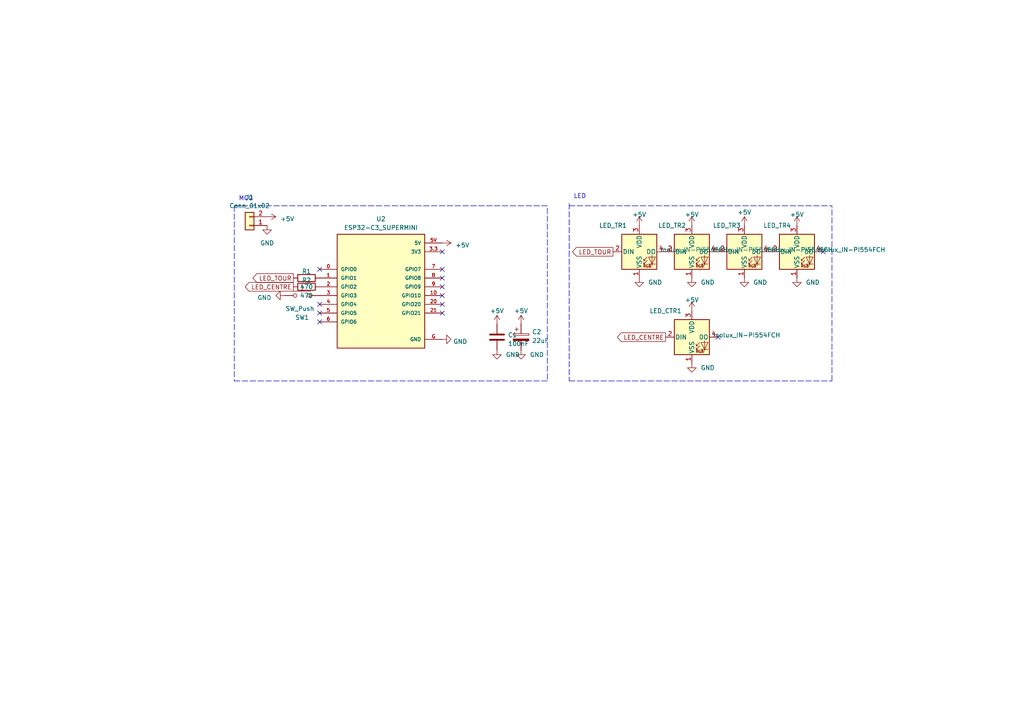
<source format=kicad_sch>
(kicad_sch (version 20231120) (generator "eeschema") (generator_version "8.0")
  (paper "A4")
  (lib_symbols
    (symbol "Connector_Generic:Conn_01x02" (pin_names (offset 1.016) hide)
      (property "Reference" "J" (at 0 2.54 0))
      (property "Value" "Conn_01x02" (at 0 -5.08 0))
      (symbol "Conn_01x02_1_1"
        (rectangle (start -1.27 -2.413) (end 0 -2.667) (stroke (width 0.1524)))
        (rectangle (start -1.27 0.127) (end 0 -0.127) (stroke (width 0.1524)))
        (rectangle (start -1.27 1.27) (end 1.27 -3.81) (stroke (width 0.254)) (fill (type background)))
        (pin passive line (at -5.08 0 0) (length 3.81) (name "Pin_1") (number "1"))
        (pin passive line (at -5.08 -2.54 0) (length 3.81) (name "Pin_2") (number "2"))
      )
    )
    (symbol "Device:C" (pin_numbers hide) (pin_names (offset 0.254))
      (property "Reference" "C" (at 0.635 2.54 0))
      (property "Value" "C" (at 0.635 -2.54 0))
      (symbol "C_0_1"
        (polyline (pts (xy -2.032 -0.762) (xy 2.032 -0.762)) (stroke (width 0.508)))
        (polyline (pts (xy -2.032 0.762) (xy 2.032 0.762)) (stroke (width 0.508)))
      )
      (symbol "C_1_1"
        (pin passive line (at 0 3.81 270) (length 2.794) (name "~") (number "1"))
        (pin passive line (at 0 -3.81 90) (length 2.794) (name "~") (number "2"))
      )
    )
    (symbol "Device:C_Polarized" (pin_numbers hide) (pin_names (offset 0.254))
      (property "Reference" "C" (at 0.635 2.54 0))
      (property "Value" "C_Polarized" (at 0.635 -2.54 0))
      (symbol "C_Polarized_0_1"
        (rectangle (start -2.286 0.508) (end 2.286 1.016))
        (polyline (pts (xy -1.778 2.286) (xy -0.762 2.286)))
        (polyline (pts (xy -1.27 2.794) (xy -1.27 1.778)))
        (rectangle (start 2.286 -0.508) (end -2.286 -1.016) (fill (type outline)))
      )
      (symbol "C_Polarized_1_1"
        (pin passive line (at 0 3.81 270) (length 2.794) (name "~") (number "1"))
        (pin passive line (at 0 -3.81 90) (length 2.794) (name "~") (number "2"))
      )
    )
    (symbol "Device:R" (pin_numbers hide) (pin_names (offset 0))
      (property "Reference" "R" (at 2.032 0 90))
      (property "Value" "R" (at 0 0 90))
      (symbol "R_0_1"
        (rectangle (start -1.016 -2.54) (end 1.016 2.54) (stroke (width 0.254)))
      )
      (symbol "R_1_1"
        (pin passive line (at 0 3.81 270) (length 1.27) (name "~") (number "1"))
        (pin passive line (at 0 -3.81 90) (length 1.27) (name "~") (number "2"))
      )
    )
    (symbol "ESP32-C3 supermini:ESP32-C3_SUPERMINI" (pin_names (offset 1.016))
      (property "Reference" "U" (at -12.7 16.002 0))
      (property "Value" "ESP32-C3_SUPERMINI" (at -12.7 -20.32 0))
      (symbol "ESP32-C3_SUPERMINI_0_0"
        (rectangle (start -12.7 -17.78) (end 12.7 15.24) (stroke (width 0.254)) (fill (type background)))
        (pin bidirectional line (at -17.78 5.08 0) (length 5.08) (name "GPIO0") (number "0"))
        (pin bidirectional line (at -17.78 2.54 0) (length 5.08) (name "GPIO1") (number "1"))
        (pin bidirectional line (at 17.78 -2.54 180) (length 5.08) (name "GPIO10") (number "10"))
        (pin bidirectional line (at -17.78 0 0) (length 5.08) (name "GPIO2") (number "2"))
        (pin bidirectional line (at 17.78 -5.08 180) (length 5.08) (name "GPIO20") (number "20"))
        (pin bidirectional line (at 17.78 -7.62 180) (length 5.08) (name "GPIO21") (number "21"))
        (pin bidirectional line (at -17.78 -2.54 0) (length 5.08) (name "GPIO3") (number "3"))
        (pin power_in line (at 17.78 10.16 180) (length 5.08) (name "3V3") (number "3.3"))
        (pin bidirectional line (at -17.78 -5.08 0) (length 5.08) (name "GPIO4") (number "4"))
        (pin bidirectional line (at -17.78 -7.62 0) (length 5.08) (name "GPIO5") (number "5"))
        (pin power_in line (at 17.78 12.7 180) (length 5.08) (name "5V") (number "5V"))
        (pin bidirectional line (at -17.78 -10.16 0) (length 5.08) (name "GPIO6") (number "6"))
        (pin bidirectional line (at 17.78 5.08 180) (length 5.08) (name "GPIO7") (number "7"))
        (pin bidirectional line (at 17.78 2.54 180) (length 5.08) (name "GPIO8") (number "8"))
        (pin bidirectional line (at 17.78 0 180) (length 5.08) (name "GPIO9") (number "9"))
        (pin power_in line (at 17.78 -15.24 180) (length 5.08) (name "GND") (number "G"))
      )
    )
    (symbol "LED:Inolux_IN-PI554FCH" (pin_names (offset 0.254))
      (property "Reference" "D" (at 5.08 5.715 0))
      (property "Value" "Inolux_IN-PI554FCH" (at 1.27 -5.715 0))
      (symbol "Inolux_IN-PI554FCH_0_0"
        (text "RGB" (at 2.286 -4.191 0) (effects (font (size 0.762 0.762))))
      )
      (symbol "Inolux_IN-PI554FCH_0_1"
        (polyline (pts (xy 1.27 -3.556) (xy 1.778 -3.556)))
        (polyline (pts (xy 1.27 -2.54) (xy 1.778 -2.54)))
        (polyline (pts (xy 4.699 -3.556) (xy 2.667 -3.556)))
        (polyline (pts (xy 2.286 -2.54) (xy 1.27 -3.556) (xy 1.27 -3.048)))
        (polyline (pts (xy 2.286 -1.524) (xy 1.27 -2.54) (xy 1.27 -2.032)))
        (polyline (pts (xy 3.683 -1.016) (xy 3.683 -3.556) (xy 3.683 -4.064)))
        (polyline (pts (xy 4.699 -1.524) (xy 2.667 -1.524) (xy 3.683 -3.556) (xy 4.699 -1.524)))
        (rectangle (start 5.08 5.08) (end -5.08 -5.08) (stroke (width 0.254)) (fill (type background)))
      )
      (symbol "Inolux_IN-PI554FCH_1_1"
        (pin power_in line (at 0 -7.62 90) (length 2.54) (name "VSS") (number "1"))
        (pin input line (at -7.62 0 0) (length 2.54) (name "DIN") (number "2"))
        (pin power_in line (at 0 7.62 270) (length 2.54) (name "VDD") (number "3"))
        (pin output line (at 7.62 0 180) (length 2.54) (name "DO") (number "4"))
      )
    )
    (symbol "Switch:SW_Push" (pin_numbers hide) (pin_names (offset 1.016) hide)
      (property "Reference" "SW" (at 1.27 2.54 0))
      (property "Value" "SW_Push" (at 0 -1.524 0))
      (symbol "SW_Push_0_1"
        (circle (center -2.032 0) (radius 0.508))
        (polyline (pts (xy 0 1.27) (xy 0 3.048)))
        (polyline (pts (xy 2.54 1.27) (xy -2.54 1.27)))
        (circle (center 2.032 0) (radius 0.508))
        (pin passive line (at -5.08 0 0) (length 2.54) (name "1") (number "1"))
        (pin passive line (at 5.08 0 180) (length 2.54) (name "2") (number "2"))
      )
    )
    (symbol "power:+5V" (power) (pin_names (offset 0))
      (property "Value" "+5V" (at 0 3.556 0))
      (symbol "+5V_0_1"
        (polyline (pts (xy -0.762 1.27) (xy 0 2.54)))
        (polyline (pts (xy 0 0) (xy 0 2.54)))
        (polyline (pts (xy 0 2.54) (xy 0.762 1.27)))
      )
      (symbol "+5V_1_1"
        (pin power_in line (at 0 0 90) (length 0) hide (name "+5V") (number "1"))
      )
    )
    (symbol "power:GND" (power) (pin_names (offset 0))
      (property "Value" "GND" (at 0 -3.81 0))
      (symbol "GND_0_1"
        (polyline (pts (xy 0 0) (xy 0 -1.27) (xy 1.27 -1.27) (xy 0 -2.54) (xy -1.27 -1.27) (xy 0 -1.27)))
      )
      (symbol "GND_1_1"
        (pin power_in line (at 0 0 270) (length 0) hide (name "GND") (number "1"))
      )
    )
  )
  (no_connect (at 128.27 73.025))
  (no_connect (at 128.27 88.265))
  (no_connect (at 128.27 78.105))
  (no_connect (at 208.28 97.79))
  (no_connect (at 128.27 90.805))
  (no_connect (at 92.71 90.805))
  (no_connect (at 238.76 73.025))
  (no_connect (at 92.71 78.105))
  (no_connect (at 128.27 80.645))
  (no_connect (at 128.27 83.185))
  (no_connect (at 92.71 88.265))
  (no_connect (at 128.27 85.725))
  (no_connect (at 92.71 93.345))
  (polyline (pts (xy 165.1 59.055) (xy 165.1 110.49)) (stroke (width 0) (type dash)))
  (polyline (pts (xy 67.945 59.69) (xy 158.75 59.69)) (stroke (width 0) (type dash)))
  (polyline (pts (xy 165.1 59.69) (xy 241.3 59.69)) (stroke (width 0) (type dash)))
  (polyline (pts (xy 67.945 59.69) (xy 67.945 110.49)) (stroke (width 0) (type dash)))
  (polyline (pts (xy 165.1 110.49) (xy 241.3 110.49)) (stroke (width 0) (type dash)))
  (polyline (pts (xy 158.75 60.325) (xy 158.75 110.49)) (stroke (width 0) (type dash)))
  (polyline (pts (xy 241.3 110.49) (xy 241.3 59.69)) (stroke (width 0) (type dash)))
  (polyline (pts (xy 158.75 110.49) (xy 67.945 110.49)) (stroke (width 0) (type dash)))
  (polyline (pts (xy 165.1 59.055) (xy 165.1 110.49)) (stroke (width 0) (type dash)))
  (text "LED" (at 166.37 57.785 0) (effects (font (size 1.27 1.27)) (justify left bottom)))
  (text "MCU" (at 69.215 58.42 0) (effects (font (size 1.27 1.27)) (justify left bottom)))
  (global_label "LED_CENTRE" (shape output) (at 193.04 97.79 180) (property "Intersheetrefs" "${INTERSHEET_REFS}" (effects (hide yes))))
  (global_label "LED_CENTRE" (shape output) (at 85.09 83.185 180) (property "Intersheetrefs" "${INTERSHEET_REFS}" (effects (hide yes))))
  (global_label "LED_TOUR" (shape output) (at 177.8 73.025 180) (property "Intersheetrefs" "${INTERSHEET_REFS}" (effects (hide yes))))
  (global_label "LED_TOUR" (shape output) (at 85.09 80.645 180) (property "Intersheetrefs" "${INTERSHEET_REFS}" (effects (hide yes))))
  (symbol (lib_id "power:GND") (at 200.66 80.645 0) (unit 1)
    (property "Reference" "#PWR015" (effects (hide yes)))
    (property "Value" "GND" (at 203.2 81.9149 0) (effects (justify left)))
  )
  (symbol (lib_id "Device:R") (at 88.9 83.185 90) (unit 1)
    (property "Reference" "R2" (at 88.9 81.28 90))
    (property "Value" "470" (at 88.9 85.725 90))
    (property "Footprint" "Resistor_SMD:R_1206_3216Metric_Pad1.30x1.75mm_HandSolder" (effects (hide yes)))
  )
  (symbol (lib_id "power:+5V") (at 215.9 65.405 0) (unit 1)
    (property "Reference" "#PWR018" (effects (hide yes)))
    (property "Value" "+5V" (at 215.9 61.595 0))
  )
  (symbol (lib_id "power:GND") (at 200.66 105.41 0) (unit 1)
    (property "Reference" "#PWR017" (effects (hide yes)))
    (property "Value" "GND" (at 203.2 106.6799 0) (effects (justify left)))
  )
  (symbol (lib_id "Device:C_Polarized") (at 151.13 97.79 0) (unit 1)
    (property "Reference" "C2" (at 154.305 96.266 0) (effects (justify left)))
    (property "Value" "22uF" (at 154.305 98.806 0) (effects (justify left)))
    (property "Footprint" "Capacitor_SMD:C_1210_3225Metric_Pad1.33x2.70mm_HandSolder" (effects (hide yes)))
  )
  (symbol (lib_id "Switch:SW_Push") (at 87.63 85.725 0) (unit 1)
    (property "Reference" "SW1" (at 87.63 92.075 0))
    (property "Value" "SW_Push" (at 86.995 89.535 0))
    (property "Footprint" "Button_Switch_SMD:SW_SPST_CK_RS282G05A3" (effects (hide yes)))
  )
  (symbol (lib_id "LED:Inolux_IN-PI554FCH") (at 215.9 73.025 0) (unit 1)
    (property "Reference" "LED_TR3" (at 210.82 65.405 0))
    (property "Value" "Inolux_IN-PI554FCH" (at 231.775 72.4409 0))
    (property "Footprint" "LED_SMD:LED_Inolux_IN-PI554FCH_PLCC4_5.0x5.0mm_P3.2mm" (effects (hide yes)))
    (property "Datasheet" "http://www.inolux-corp.com/datasheet/SMDLED/Addressable%20LED/IN-PI554FCH.pdf" (effects (hide yes)))
  )
  (symbol (lib_id "power:+5V") (at 151.13 93.98 0) (unit 1)
    (property "Reference" "#PWR010" (effects (hide yes)))
    (property "Value" "+5V" (at 151.13 90.17 0))
  )
  (symbol (lib_id "power:GND") (at 144.145 101.6 0) (unit 1)
    (property "Reference" "#PWR09" (effects (hide yes)))
    (property "Value" "GND" (at 146.685 102.8699 0) (effects (justify left)))
  )
  (symbol (lib_id "power:+5V") (at 77.47 62.865 270) (unit 1)
    (property "Reference" "#PWR01" (effects (hide yes)))
    (property "Value" "+5V" (at 81.28 63.5 90) (effects (justify left)))
  )
  (symbol (lib_id "power:+5V") (at 144.145 93.98 0) (unit 1)
    (property "Reference" "#PWR08" (effects (hide yes)))
    (property "Value" "+5V" (at 144.145 90.17 0))
  )
  (symbol (lib_id "power:+5V") (at 185.42 65.405 0) (unit 1)
    (property "Reference" "#PWR012" (effects (hide yes)))
    (property "Value" "+5V" (at 185.42 62.23 0))
  )
  (symbol (lib_id "power:GND") (at 82.55 85.725 270) (unit 1)
    (property "Reference" "#PWR03" (effects (hide yes)))
    (property "Value" "GND" (at 78.74 86.36 90) (effects (justify right)))
  )
  (symbol (lib_id "power:GND") (at 128.27 98.425 90) (unit 1)
    (property "Reference" "#PWR07" (effects (hide yes)))
    (property "Value" "GND" (at 131.445 99.06 90) (effects (justify right)))
  )
  (symbol (lib_id "ESP32-C3 supermini:ESP32-C3_SUPERMINI") (at 110.49 83.185 0) (unit 1)
    (property "Reference" "U2" (at 110.49 63.5 0))
    (property "Value" "ESP32-C3_SUPERMINI" (at 110.49 66.04 0))
    (property "Footprint" "ESP32-C3 supermini:MODULE_ESP32-C3_SUPERMINI" (effects (hide yes)))
    (property "Description" "\nSuper tiny ESP32-C3 board\n" (effects (hide yes)))
    (property "MF" "Espressif Systems" (effects (hide yes)))
    (property "MAXIMUM_PACKAGE_HEIGHT" "4.2mm" (effects (hide yes)))
    (property "Package" "Package" (effects (hide yes)))
    (property "Price" "None" (effects (hide yes)))
    (property "Check_prices" "https://www.snapeda.com/parts/ESP32-C3%20SuperMini/Espressif+Systems/view-part/?ref=eda" (effects (hide yes)))
    (property "STANDARD" "Manufacturer Recommendations" (effects (hide yes)))
    (property "SnapEDA_Link" "https://www.snapeda.com/parts/ESP32-C3%20SuperMini/Espressif+Systems/view-part/?ref=snap" (effects (hide yes)))
    (property "MP" "ESP32-C3 SuperMini" (effects (hide yes)))
    (property "Availability" "Not in stock" (effects (hide yes)))
    (property "MANUFACTURER" "Espressif" (effects (hide yes)))
  )
  (symbol (lib_id "power:+5V") (at 200.66 90.17 0) (unit 1)
    (property "Reference" "#PWR016" (effects (hide yes)))
    (property "Value" "+5V" (at 200.66 86.995 0))
  )
  (symbol (lib_id "power:+5V") (at 128.27 70.485 270) (unit 1)
    (property "Reference" "#PWR06" (effects (hide yes)))
    (property "Value" "+5V" (at 132.08 71.12 90) (effects (justify left)))
  )
  (symbol (lib_id "power:GND") (at 185.42 80.645 0) (unit 1)
    (property "Reference" "#PWR013" (effects (hide yes)))
    (property "Value" "GND" (at 187.96 81.9149 0) (effects (justify left)))
  )
  (symbol (lib_id "power:GND") (at 77.47 65.405 0) (unit 1)
    (property "Reference" "#PWR02" (effects (hide yes)))
    (property "Value" "GND" (at 77.47 70.485 0))
  )
  (symbol (lib_id "Connector_Generic:Conn_01x02") (at 72.39 65.405 180) (unit 1)
    (property "Reference" "J1" (at 72.39 57.15 0))
    (property "Value" "Conn_01x02" (at 72.39 59.69 0))
    (property "Footprint" "Connector_PinHeader_2.54mm:PinHeader_1x02_P2.54mm_Vertical" (effects (hide yes)))
  )
  (symbol (lib_id "power:+5V") (at 200.66 65.405 0) (unit 1)
    (property "Reference" "#PWR014" (effects (hide yes)))
    (property "Value" "+5V" (at 200.66 62.23 0))
  )
  (symbol (lib_id "Device:C") (at 144.145 97.79 0) (unit 1)
    (property "Reference" "C1" (at 147.32 97.155 0) (effects (justify left)))
    (property "Value" "100nF" (at 147.32 99.695 0) (effects (justify left)))
    (property "Footprint" "Capacitor_SMD:C_1206_3216Metric_Pad1.33x1.80mm_HandSolder" (effects (hide yes)))
  )
  (symbol (lib_id "power:GND") (at 151.13 101.6 0) (unit 1)
    (property "Reference" "#PWR011" (effects (hide yes)))
    (property "Value" "GND" (at 153.67 102.8699 0) (effects (justify left)))
  )
  (symbol (lib_id "power:GND") (at 231.14 80.645 0) (unit 1)
    (property "Reference" "#PWR021" (effects (hide yes)))
    (property "Value" "GND" (at 233.68 81.9149 0) (effects (justify left)))
  )
  (symbol (lib_id "Device:R") (at 88.9 80.645 90) (unit 1)
    (property "Reference" "R1" (at 88.9 78.74 90))
    (property "Value" "470" (at 88.9 83.185 90))
    (property "Footprint" "Resistor_SMD:R_1206_3216Metric_Pad1.30x1.75mm_HandSolder" (effects (hide yes)))
  )
  (symbol (lib_id "LED:Inolux_IN-PI554FCH") (at 200.66 73.025 0) (unit 1)
    (property "Reference" "LED_TR2" (at 194.945 65.405 0))
    (property "Value" "Inolux_IN-PI554FCH" (at 216.535 72.4409 0))
    (property "Footprint" "LED_SMD:LED_Inolux_IN-PI554FCH_PLCC4_5.0x5.0mm_P3.2mm" (effects (hide yes)))
    (property "Datasheet" "http://www.inolux-corp.com/datasheet/SMDLED/Addressable%20LED/IN-PI554FCH.pdf" (effects (hide yes)))
  )
  (symbol (lib_id "power:GND") (at 215.9 80.645 0) (unit 1)
    (property "Reference" "#PWR019" (effects (hide yes)))
    (property "Value" "GND" (at 218.44 81.9149 0) (effects (justify left)))
  )
  (symbol (lib_id "LED:Inolux_IN-PI554FCH") (at 231.14 73.025 0) (unit 1)
    (property "Reference" "LED_TR4" (at 225.425 65.405 0))
    (property "Value" "Inolux_IN-PI554FCH" (at 247.015 72.4409 0))
    (property "Footprint" "LED_SMD:LED_Inolux_IN-PI554FCH_PLCC4_5.0x5.0mm_P3.2mm" (effects (hide yes)))
    (property "Datasheet" "http://www.inolux-corp.com/datasheet/SMDLED/Addressable%20LED/IN-PI554FCH.pdf" (effects (hide yes)))
  )
  (symbol (lib_id "LED:Inolux_IN-PI554FCH") (at 200.66 97.79 0) (unit 1)
    (property "Reference" "LED_CTR1" (at 193.04 90.17 0))
    (property "Value" "Inolux_IN-PI554FCH" (at 216.535 97.2059 0))
    (property "Footprint" "LED_SMD:LED_Inolux_IN-PI554FCH_PLCC4_5.0x5.0mm_P3.2mm" (effects (hide yes)))
    (property "Datasheet" "http://www.inolux-corp.com/datasheet/SMDLED/Addressable%20LED/IN-PI554FCH.pdf" (effects (hide yes)))
  )
  (symbol (lib_id "LED:Inolux_IN-PI554FCH") (at 185.42 73.025 0) (unit 1)
    (property "Reference" "LED_TR1" (at 177.8 65.405 0))
    (property "Value" "Inolux_IN-PI554FCH" (at 201.295 72.4409 0))
    (property "Footprint" "LED_SMD:LED_Inolux_IN-PI554FCH_PLCC4_5.0x5.0mm_P3.2mm" (effects (hide yes)))
    (property "Datasheet" "http://www.inolux-corp.com/datasheet/SMDLED/Addressable%20LED/IN-PI554FCH.pdf" (effects (hide yes)))
  )
  (symbol (lib_id "power:+5V") (at 231.14 65.405 0) (unit 1)
    (property "Reference" "#PWR020" (effects (hide yes)))
    (property "Value" "+5V" (at 231.14 62.23 0))
  )
)
</source>
